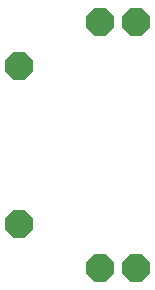
<source format=gts>
G75*
%MOIN*%
%OFA0B0*%
%FSLAX25Y25*%
%IPPOS*%
%LPD*%
%AMOC8*
5,1,8,0,0,1.08239X$1,22.5*
%
%ADD10OC8,0.09400*%
D10*
X0013375Y0021300D03*
X0040500Y0006550D03*
X0052500Y0006550D03*
X0013375Y0073800D03*
X0040500Y0088550D03*
X0052500Y0088550D03*
M02*

</source>
